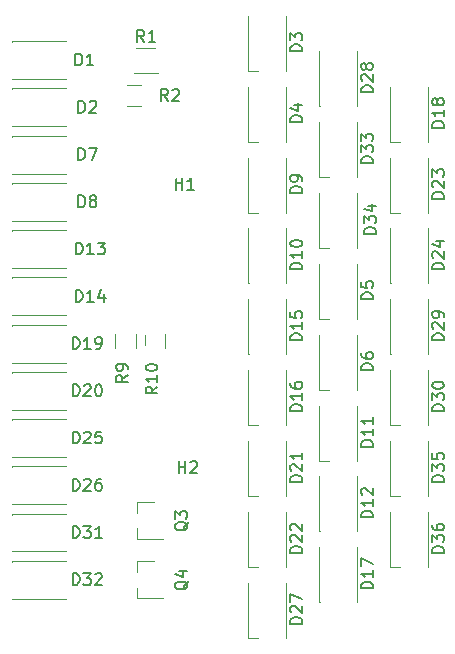
<source format=gto>
G04 #@! TF.GenerationSoftware,KiCad,Pcbnew,(5.99.0-492-g30da2b31e)*
G04 #@! TF.CreationDate,2019-12-11T09:50:33+01:00*
G04 #@! TF.ProjectId,LED_Panel_Hex,4c45445f-5061-46e6-956c-5f4865782e6b,rev?*
G04 #@! TF.SameCoordinates,Original*
G04 #@! TF.FileFunction,Legend,Top*
G04 #@! TF.FilePolarity,Positive*
%FSLAX46Y46*%
G04 Gerber Fmt 4.6, Leading zero omitted, Abs format (unit mm)*
G04 Created by KiCad (PCBNEW (5.99.0-492-g30da2b31e)) date 2019-12-11 09:50:33*
%MOMM*%
%LPD*%
G04 APERTURE LIST*
%ADD10C,0.120000*%
%ADD11C,0.150000*%
%ADD12R,1.700000X1.100000*%
%ADD13R,1.100000X1.700000*%
%ADD14C,6.000000*%
%ADD15R,1.900000X3.000000*%
%ADD16R,3.000000X1.900000*%
%ADD17R,1.300000X1.200000*%
%ADD18R,1.300000X2.100000*%
G04 APERTURE END LIST*
D10*
X112370000Y-93850000D02*
X112370000Y-92650000D01*
X114130000Y-92650000D02*
X114130000Y-93850000D01*
X109870000Y-93850000D02*
X109870000Y-92650000D01*
X111630000Y-92650000D02*
X111630000Y-93850000D01*
X112100000Y-73380000D02*
X110900000Y-73380000D01*
X110900000Y-71620000D02*
X112100000Y-71620000D01*
X105750000Y-71100000D02*
X101100000Y-71100000D01*
X105750000Y-67900000D02*
X101100000Y-67900000D01*
X101100000Y-67900000D02*
X101100000Y-68700000D01*
X105750000Y-75100000D02*
X101100000Y-75100000D01*
X105750000Y-71900000D02*
X101100000Y-71900000D01*
X101100000Y-71900000D02*
X101100000Y-72700000D01*
X124350000Y-65750000D02*
X124350000Y-70400000D01*
X121150000Y-65750000D02*
X121150000Y-70400000D01*
X121150000Y-70400000D02*
X121950000Y-70400000D01*
X124350000Y-71750000D02*
X124350000Y-76400000D01*
X121150000Y-71750000D02*
X121150000Y-76400000D01*
X121150000Y-76400000D02*
X121950000Y-76400000D01*
X130350000Y-86750000D02*
X130350000Y-91400000D01*
X127150000Y-86750000D02*
X127150000Y-91400000D01*
X127150000Y-91400000D02*
X127950000Y-91400000D01*
X130350000Y-92750000D02*
X130350000Y-97400000D01*
X127150000Y-92750000D02*
X127150000Y-97400000D01*
X127150000Y-97400000D02*
X127950000Y-97400000D01*
X105750000Y-79100000D02*
X101100000Y-79100000D01*
X105750000Y-75900000D02*
X101100000Y-75900000D01*
X101100000Y-75900000D02*
X101100000Y-76700000D01*
X105750000Y-83100000D02*
X101100000Y-83100000D01*
X105750000Y-79900000D02*
X101100000Y-79900000D01*
X101100000Y-79900000D02*
X101100000Y-80700000D01*
X124350000Y-77750000D02*
X124350000Y-82400000D01*
X121150000Y-77750000D02*
X121150000Y-82400000D01*
X121150000Y-82400000D02*
X121950000Y-82400000D01*
X124350000Y-83750000D02*
X124350000Y-88400000D01*
X121150000Y-83750000D02*
X121150000Y-88400000D01*
X121150000Y-88400000D02*
X121950000Y-88400000D01*
X130350000Y-98750000D02*
X130350000Y-103400000D01*
X127150000Y-98750000D02*
X127150000Y-103400000D01*
X127150000Y-103400000D02*
X127950000Y-103400000D01*
X130350000Y-104750000D02*
X130350000Y-109400000D01*
X127150000Y-104750000D02*
X127150000Y-109400000D01*
X127150000Y-109400000D02*
X127950000Y-109400000D01*
X105750000Y-87100000D02*
X101100000Y-87100000D01*
X105750000Y-83900000D02*
X101100000Y-83900000D01*
X101100000Y-83900000D02*
X101100000Y-84700000D01*
X105750000Y-91100000D02*
X101100000Y-91100000D01*
X105750000Y-87900000D02*
X101100000Y-87900000D01*
X101100000Y-87900000D02*
X101100000Y-88700000D01*
X124350000Y-89750000D02*
X124350000Y-94400000D01*
X121150000Y-89750000D02*
X121150000Y-94400000D01*
X121150000Y-94400000D02*
X121950000Y-94400000D01*
X124350000Y-95750000D02*
X124350000Y-100400000D01*
X121150000Y-95750000D02*
X121150000Y-100400000D01*
X121150000Y-100400000D02*
X121950000Y-100400000D01*
X130350000Y-110750000D02*
X130350000Y-115400000D01*
X127150000Y-110750000D02*
X127150000Y-115400000D01*
X127150000Y-115400000D02*
X127950000Y-115400000D01*
X136350000Y-71750000D02*
X136350000Y-76400000D01*
X133150000Y-71750000D02*
X133150000Y-76400000D01*
X133150000Y-76400000D02*
X133950000Y-76400000D01*
X105750000Y-95100000D02*
X101100000Y-95100000D01*
X105750000Y-91900000D02*
X101100000Y-91900000D01*
X101100000Y-91900000D02*
X101100000Y-92700000D01*
X105750000Y-99100000D02*
X101100000Y-99100000D01*
X105750000Y-95900000D02*
X101100000Y-95900000D01*
X101100000Y-95900000D02*
X101100000Y-96700000D01*
X124350000Y-101750000D02*
X124350000Y-106400000D01*
X121150000Y-101750000D02*
X121150000Y-106400000D01*
X121150000Y-106400000D02*
X121950000Y-106400000D01*
X124350000Y-107750000D02*
X124350000Y-112400000D01*
X121150000Y-107750000D02*
X121150000Y-112400000D01*
X121150000Y-112400000D02*
X121950000Y-112400000D01*
X136350000Y-77750000D02*
X136350000Y-82400000D01*
X133150000Y-77750000D02*
X133150000Y-82400000D01*
X133150000Y-82400000D02*
X133950000Y-82400000D01*
X136350000Y-83750000D02*
X136350000Y-88400000D01*
X133150000Y-83750000D02*
X133150000Y-88400000D01*
X133150000Y-88400000D02*
X133950000Y-88400000D01*
X105750000Y-103100000D02*
X101100000Y-103100000D01*
X105750000Y-99900000D02*
X101100000Y-99900000D01*
X101100000Y-99900000D02*
X101100000Y-100700000D01*
X105750000Y-107100000D02*
X101100000Y-107100000D01*
X105750000Y-103900000D02*
X101100000Y-103900000D01*
X101100000Y-103900000D02*
X101100000Y-104700000D01*
X124350000Y-113750000D02*
X124350000Y-118400000D01*
X121150000Y-113750000D02*
X121150000Y-118400000D01*
X121150000Y-118400000D02*
X121950000Y-118400000D01*
X130350000Y-68750000D02*
X130350000Y-73400000D01*
X127150000Y-68750000D02*
X127150000Y-73400000D01*
X127150000Y-73400000D02*
X127950000Y-73400000D01*
X136350000Y-89750000D02*
X136350000Y-94400000D01*
X133150000Y-89750000D02*
X133150000Y-94400000D01*
X133150000Y-94400000D02*
X133950000Y-94400000D01*
X136350000Y-95750000D02*
X136350000Y-100400000D01*
X133150000Y-95750000D02*
X133150000Y-100400000D01*
X133150000Y-100400000D02*
X133950000Y-100400000D01*
X105750000Y-111100000D02*
X101100000Y-111100000D01*
X105750000Y-107900000D02*
X101100000Y-107900000D01*
X101100000Y-107900000D02*
X101100000Y-108700000D01*
X105750000Y-115100000D02*
X101100000Y-115100000D01*
X105750000Y-111900000D02*
X101100000Y-111900000D01*
X101100000Y-111900000D02*
X101100000Y-112700000D01*
X130350000Y-74750000D02*
X130350000Y-79400000D01*
X127150000Y-74750000D02*
X127150000Y-79400000D01*
X127150000Y-79400000D02*
X127950000Y-79400000D01*
X130350000Y-80750000D02*
X130350000Y-85400000D01*
X127150000Y-80750000D02*
X127150000Y-85400000D01*
X127150000Y-85400000D02*
X127950000Y-85400000D01*
X136350000Y-101750000D02*
X136350000Y-106400000D01*
X133150000Y-101750000D02*
X133150000Y-106400000D01*
X133150000Y-106400000D02*
X133950000Y-106400000D01*
X136350000Y-107750000D02*
X136350000Y-112400000D01*
X133150000Y-107750000D02*
X133150000Y-112400000D01*
X133150000Y-112400000D02*
X133950000Y-112400000D01*
X111740000Y-106920000D02*
X111740000Y-107850000D01*
X111740000Y-110080000D02*
X111740000Y-109150000D01*
X111740000Y-110080000D02*
X113900000Y-110080000D01*
X111740000Y-106920000D02*
X113200000Y-106920000D01*
X111740000Y-111920000D02*
X111740000Y-112850000D01*
X111740000Y-115080000D02*
X111740000Y-114150000D01*
X111740000Y-115080000D02*
X113900000Y-115080000D01*
X111740000Y-111920000D02*
X113200000Y-111920000D01*
X111500000Y-68430000D02*
X113500000Y-68430000D01*
X113500000Y-70570000D02*
X111500000Y-70570000D01*
D11*
X113452380Y-97142857D02*
X112976190Y-97476190D01*
X113452380Y-97714285D02*
X112452380Y-97714285D01*
X112452380Y-97333333D01*
X112500000Y-97238095D01*
X112547619Y-97190476D01*
X112642857Y-97142857D01*
X112785714Y-97142857D01*
X112880952Y-97190476D01*
X112928571Y-97238095D01*
X112976190Y-97333333D01*
X112976190Y-97714285D01*
X113452380Y-96190476D02*
X113452380Y-96761904D01*
X113452380Y-96476190D02*
X112452380Y-96476190D01*
X112595238Y-96571428D01*
X112690476Y-96666666D01*
X112738095Y-96761904D01*
X112452380Y-95571428D02*
X112452380Y-95476190D01*
X112500000Y-95380952D01*
X112547619Y-95333333D01*
X112642857Y-95285714D01*
X112833333Y-95238095D01*
X113071428Y-95238095D01*
X113261904Y-95285714D01*
X113357142Y-95333333D01*
X113404761Y-95380952D01*
X113452380Y-95476190D01*
X113452380Y-95571428D01*
X113404761Y-95666666D01*
X113357142Y-95714285D01*
X113261904Y-95761904D01*
X113071428Y-95809523D01*
X112833333Y-95809523D01*
X112642857Y-95761904D01*
X112547619Y-95714285D01*
X112500000Y-95666666D01*
X112452380Y-95571428D01*
X110952380Y-96166666D02*
X110476190Y-96500000D01*
X110952380Y-96738095D02*
X109952380Y-96738095D01*
X109952380Y-96357142D01*
X110000000Y-96261904D01*
X110047619Y-96214285D01*
X110142857Y-96166666D01*
X110285714Y-96166666D01*
X110380952Y-96214285D01*
X110428571Y-96261904D01*
X110476190Y-96357142D01*
X110476190Y-96738095D01*
X110952380Y-95690476D02*
X110952380Y-95500000D01*
X110904761Y-95404761D01*
X110857142Y-95357142D01*
X110714285Y-95261904D01*
X110523809Y-95214285D01*
X110142857Y-95214285D01*
X110047619Y-95261904D01*
X110000000Y-95309523D01*
X109952380Y-95404761D01*
X109952380Y-95595238D01*
X110000000Y-95690476D01*
X110047619Y-95738095D01*
X110142857Y-95785714D01*
X110380952Y-95785714D01*
X110476190Y-95738095D01*
X110523809Y-95690476D01*
X110571428Y-95595238D01*
X110571428Y-95404761D01*
X110523809Y-95309523D01*
X110476190Y-95261904D01*
X110380952Y-95214285D01*
X114333333Y-72952380D02*
X114000000Y-72476190D01*
X113761904Y-72952380D02*
X113761904Y-71952380D01*
X114142857Y-71952380D01*
X114238095Y-72000000D01*
X114285714Y-72047619D01*
X114333333Y-72142857D01*
X114333333Y-72285714D01*
X114285714Y-72380952D01*
X114238095Y-72428571D01*
X114142857Y-72476190D01*
X113761904Y-72476190D01*
X114714285Y-72047619D02*
X114761904Y-72000000D01*
X114857142Y-71952380D01*
X115095238Y-71952380D01*
X115190476Y-72000000D01*
X115238095Y-72047619D01*
X115285714Y-72142857D01*
X115285714Y-72238095D01*
X115238095Y-72380952D01*
X114666666Y-72952380D01*
X115285714Y-72952380D01*
X114988095Y-80452380D02*
X114988095Y-79452380D01*
X114988095Y-79928571D02*
X115559523Y-79928571D01*
X115559523Y-80452380D02*
X115559523Y-79452380D01*
X116559523Y-80452380D02*
X115988095Y-80452380D01*
X116273809Y-80452380D02*
X116273809Y-79452380D01*
X116178571Y-79595238D01*
X116083333Y-79690476D01*
X115988095Y-79738095D01*
X115238095Y-104452380D02*
X115238095Y-103452380D01*
X115238095Y-103928571D02*
X115809523Y-103928571D01*
X115809523Y-104452380D02*
X115809523Y-103452380D01*
X116238095Y-103547619D02*
X116285714Y-103500000D01*
X116380952Y-103452380D01*
X116619047Y-103452380D01*
X116714285Y-103500000D01*
X116761904Y-103547619D01*
X116809523Y-103642857D01*
X116809523Y-103738095D01*
X116761904Y-103880952D01*
X116190476Y-104452380D01*
X116809523Y-104452380D01*
X106511904Y-69952380D02*
X106511904Y-68952380D01*
X106750000Y-68952380D01*
X106892857Y-69000000D01*
X106988095Y-69095238D01*
X107035714Y-69190476D01*
X107083333Y-69380952D01*
X107083333Y-69523809D01*
X107035714Y-69714285D01*
X106988095Y-69809523D01*
X106892857Y-69904761D01*
X106750000Y-69952380D01*
X106511904Y-69952380D01*
X108035714Y-69952380D02*
X107464285Y-69952380D01*
X107750000Y-69952380D02*
X107750000Y-68952380D01*
X107654761Y-69095238D01*
X107559523Y-69190476D01*
X107464285Y-69238095D01*
X106761904Y-73952380D02*
X106761904Y-72952380D01*
X107000000Y-72952380D01*
X107142857Y-73000000D01*
X107238095Y-73095238D01*
X107285714Y-73190476D01*
X107333333Y-73380952D01*
X107333333Y-73523809D01*
X107285714Y-73714285D01*
X107238095Y-73809523D01*
X107142857Y-73904761D01*
X107000000Y-73952380D01*
X106761904Y-73952380D01*
X107714285Y-73047619D02*
X107761904Y-73000000D01*
X107857142Y-72952380D01*
X108095238Y-72952380D01*
X108190476Y-73000000D01*
X108238095Y-73047619D01*
X108285714Y-73142857D01*
X108285714Y-73238095D01*
X108238095Y-73380952D01*
X107666666Y-73952380D01*
X108285714Y-73952380D01*
X125702380Y-68738095D02*
X124702380Y-68738095D01*
X124702380Y-68500000D01*
X124750000Y-68357142D01*
X124845238Y-68261904D01*
X124940476Y-68214285D01*
X125130952Y-68166666D01*
X125273809Y-68166666D01*
X125464285Y-68214285D01*
X125559523Y-68261904D01*
X125654761Y-68357142D01*
X125702380Y-68500000D01*
X125702380Y-68738095D01*
X124702380Y-67833333D02*
X124702380Y-67214285D01*
X125083333Y-67547619D01*
X125083333Y-67404761D01*
X125130952Y-67309523D01*
X125178571Y-67261904D01*
X125273809Y-67214285D01*
X125511904Y-67214285D01*
X125607142Y-67261904D01*
X125654761Y-67309523D01*
X125702380Y-67404761D01*
X125702380Y-67690476D01*
X125654761Y-67785714D01*
X125607142Y-67833333D01*
X125702380Y-74738095D02*
X124702380Y-74738095D01*
X124702380Y-74500000D01*
X124750000Y-74357142D01*
X124845238Y-74261904D01*
X124940476Y-74214285D01*
X125130952Y-74166666D01*
X125273809Y-74166666D01*
X125464285Y-74214285D01*
X125559523Y-74261904D01*
X125654761Y-74357142D01*
X125702380Y-74500000D01*
X125702380Y-74738095D01*
X125035714Y-73309523D02*
X125702380Y-73309523D01*
X124654761Y-73547619D02*
X125369047Y-73785714D01*
X125369047Y-73166666D01*
X131702380Y-89738095D02*
X130702380Y-89738095D01*
X130702380Y-89500000D01*
X130750000Y-89357142D01*
X130845238Y-89261904D01*
X130940476Y-89214285D01*
X131130952Y-89166666D01*
X131273809Y-89166666D01*
X131464285Y-89214285D01*
X131559523Y-89261904D01*
X131654761Y-89357142D01*
X131702380Y-89500000D01*
X131702380Y-89738095D01*
X130702380Y-88261904D02*
X130702380Y-88738095D01*
X131178571Y-88785714D01*
X131130952Y-88738095D01*
X131083333Y-88642857D01*
X131083333Y-88404761D01*
X131130952Y-88309523D01*
X131178571Y-88261904D01*
X131273809Y-88214285D01*
X131511904Y-88214285D01*
X131607142Y-88261904D01*
X131654761Y-88309523D01*
X131702380Y-88404761D01*
X131702380Y-88642857D01*
X131654761Y-88738095D01*
X131607142Y-88785714D01*
X131702380Y-95738095D02*
X130702380Y-95738095D01*
X130702380Y-95500000D01*
X130750000Y-95357142D01*
X130845238Y-95261904D01*
X130940476Y-95214285D01*
X131130952Y-95166666D01*
X131273809Y-95166666D01*
X131464285Y-95214285D01*
X131559523Y-95261904D01*
X131654761Y-95357142D01*
X131702380Y-95500000D01*
X131702380Y-95738095D01*
X130702380Y-94309523D02*
X130702380Y-94500000D01*
X130750000Y-94595238D01*
X130797619Y-94642857D01*
X130940476Y-94738095D01*
X131130952Y-94785714D01*
X131511904Y-94785714D01*
X131607142Y-94738095D01*
X131654761Y-94690476D01*
X131702380Y-94595238D01*
X131702380Y-94404761D01*
X131654761Y-94309523D01*
X131607142Y-94261904D01*
X131511904Y-94214285D01*
X131273809Y-94214285D01*
X131178571Y-94261904D01*
X131130952Y-94309523D01*
X131083333Y-94404761D01*
X131083333Y-94595238D01*
X131130952Y-94690476D01*
X131178571Y-94738095D01*
X131273809Y-94785714D01*
X106761904Y-77952380D02*
X106761904Y-76952380D01*
X107000000Y-76952380D01*
X107142857Y-77000000D01*
X107238095Y-77095238D01*
X107285714Y-77190476D01*
X107333333Y-77380952D01*
X107333333Y-77523809D01*
X107285714Y-77714285D01*
X107238095Y-77809523D01*
X107142857Y-77904761D01*
X107000000Y-77952380D01*
X106761904Y-77952380D01*
X107666666Y-76952380D02*
X108333333Y-76952380D01*
X107904761Y-77952380D01*
X106761904Y-81952380D02*
X106761904Y-80952380D01*
X107000000Y-80952380D01*
X107142857Y-81000000D01*
X107238095Y-81095238D01*
X107285714Y-81190476D01*
X107333333Y-81380952D01*
X107333333Y-81523809D01*
X107285714Y-81714285D01*
X107238095Y-81809523D01*
X107142857Y-81904761D01*
X107000000Y-81952380D01*
X106761904Y-81952380D01*
X107904761Y-81380952D02*
X107809523Y-81333333D01*
X107761904Y-81285714D01*
X107714285Y-81190476D01*
X107714285Y-81142857D01*
X107761904Y-81047619D01*
X107809523Y-81000000D01*
X107904761Y-80952380D01*
X108095238Y-80952380D01*
X108190476Y-81000000D01*
X108238095Y-81047619D01*
X108285714Y-81142857D01*
X108285714Y-81190476D01*
X108238095Y-81285714D01*
X108190476Y-81333333D01*
X108095238Y-81380952D01*
X107904761Y-81380952D01*
X107809523Y-81428571D01*
X107761904Y-81476190D01*
X107714285Y-81571428D01*
X107714285Y-81761904D01*
X107761904Y-81857142D01*
X107809523Y-81904761D01*
X107904761Y-81952380D01*
X108095238Y-81952380D01*
X108190476Y-81904761D01*
X108238095Y-81857142D01*
X108285714Y-81761904D01*
X108285714Y-81571428D01*
X108238095Y-81476190D01*
X108190476Y-81428571D01*
X108095238Y-81380952D01*
X125702380Y-80738095D02*
X124702380Y-80738095D01*
X124702380Y-80500000D01*
X124750000Y-80357142D01*
X124845238Y-80261904D01*
X124940476Y-80214285D01*
X125130952Y-80166666D01*
X125273809Y-80166666D01*
X125464285Y-80214285D01*
X125559523Y-80261904D01*
X125654761Y-80357142D01*
X125702380Y-80500000D01*
X125702380Y-80738095D01*
X125702380Y-79690476D02*
X125702380Y-79500000D01*
X125654761Y-79404761D01*
X125607142Y-79357142D01*
X125464285Y-79261904D01*
X125273809Y-79214285D01*
X124892857Y-79214285D01*
X124797619Y-79261904D01*
X124750000Y-79309523D01*
X124702380Y-79404761D01*
X124702380Y-79595238D01*
X124750000Y-79690476D01*
X124797619Y-79738095D01*
X124892857Y-79785714D01*
X125130952Y-79785714D01*
X125226190Y-79738095D01*
X125273809Y-79690476D01*
X125321428Y-79595238D01*
X125321428Y-79404761D01*
X125273809Y-79309523D01*
X125226190Y-79261904D01*
X125130952Y-79214285D01*
X125702380Y-87214285D02*
X124702380Y-87214285D01*
X124702380Y-86976190D01*
X124750000Y-86833333D01*
X124845238Y-86738095D01*
X124940476Y-86690476D01*
X125130952Y-86642857D01*
X125273809Y-86642857D01*
X125464285Y-86690476D01*
X125559523Y-86738095D01*
X125654761Y-86833333D01*
X125702380Y-86976190D01*
X125702380Y-87214285D01*
X125702380Y-85690476D02*
X125702380Y-86261904D01*
X125702380Y-85976190D02*
X124702380Y-85976190D01*
X124845238Y-86071428D01*
X124940476Y-86166666D01*
X124988095Y-86261904D01*
X124702380Y-85071428D02*
X124702380Y-84976190D01*
X124750000Y-84880952D01*
X124797619Y-84833333D01*
X124892857Y-84785714D01*
X125083333Y-84738095D01*
X125321428Y-84738095D01*
X125511904Y-84785714D01*
X125607142Y-84833333D01*
X125654761Y-84880952D01*
X125702380Y-84976190D01*
X125702380Y-85071428D01*
X125654761Y-85166666D01*
X125607142Y-85214285D01*
X125511904Y-85261904D01*
X125321428Y-85309523D01*
X125083333Y-85309523D01*
X124892857Y-85261904D01*
X124797619Y-85214285D01*
X124750000Y-85166666D01*
X124702380Y-85071428D01*
X131702380Y-102214285D02*
X130702380Y-102214285D01*
X130702380Y-101976190D01*
X130750000Y-101833333D01*
X130845238Y-101738095D01*
X130940476Y-101690476D01*
X131130952Y-101642857D01*
X131273809Y-101642857D01*
X131464285Y-101690476D01*
X131559523Y-101738095D01*
X131654761Y-101833333D01*
X131702380Y-101976190D01*
X131702380Y-102214285D01*
X131702380Y-100690476D02*
X131702380Y-101261904D01*
X131702380Y-100976190D02*
X130702380Y-100976190D01*
X130845238Y-101071428D01*
X130940476Y-101166666D01*
X130988095Y-101261904D01*
X131702380Y-99738095D02*
X131702380Y-100309523D01*
X131702380Y-100023809D02*
X130702380Y-100023809D01*
X130845238Y-100119047D01*
X130940476Y-100214285D01*
X130988095Y-100309523D01*
X131702380Y-108214285D02*
X130702380Y-108214285D01*
X130702380Y-107976190D01*
X130750000Y-107833333D01*
X130845238Y-107738095D01*
X130940476Y-107690476D01*
X131130952Y-107642857D01*
X131273809Y-107642857D01*
X131464285Y-107690476D01*
X131559523Y-107738095D01*
X131654761Y-107833333D01*
X131702380Y-107976190D01*
X131702380Y-108214285D01*
X131702380Y-106690476D02*
X131702380Y-107261904D01*
X131702380Y-106976190D02*
X130702380Y-106976190D01*
X130845238Y-107071428D01*
X130940476Y-107166666D01*
X130988095Y-107261904D01*
X130797619Y-106309523D02*
X130750000Y-106261904D01*
X130702380Y-106166666D01*
X130702380Y-105928571D01*
X130750000Y-105833333D01*
X130797619Y-105785714D01*
X130892857Y-105738095D01*
X130988095Y-105738095D01*
X131130952Y-105785714D01*
X131702380Y-106357142D01*
X131702380Y-105738095D01*
X106535714Y-85952380D02*
X106535714Y-84952380D01*
X106773809Y-84952380D01*
X106916666Y-85000000D01*
X107011904Y-85095238D01*
X107059523Y-85190476D01*
X107107142Y-85380952D01*
X107107142Y-85523809D01*
X107059523Y-85714285D01*
X107011904Y-85809523D01*
X106916666Y-85904761D01*
X106773809Y-85952380D01*
X106535714Y-85952380D01*
X108059523Y-85952380D02*
X107488095Y-85952380D01*
X107773809Y-85952380D02*
X107773809Y-84952380D01*
X107678571Y-85095238D01*
X107583333Y-85190476D01*
X107488095Y-85238095D01*
X108392857Y-84952380D02*
X109011904Y-84952380D01*
X108678571Y-85333333D01*
X108821428Y-85333333D01*
X108916666Y-85380952D01*
X108964285Y-85428571D01*
X109011904Y-85523809D01*
X109011904Y-85761904D01*
X108964285Y-85857142D01*
X108916666Y-85904761D01*
X108821428Y-85952380D01*
X108535714Y-85952380D01*
X108440476Y-85904761D01*
X108392857Y-85857142D01*
X106535714Y-89952380D02*
X106535714Y-88952380D01*
X106773809Y-88952380D01*
X106916666Y-89000000D01*
X107011904Y-89095238D01*
X107059523Y-89190476D01*
X107107142Y-89380952D01*
X107107142Y-89523809D01*
X107059523Y-89714285D01*
X107011904Y-89809523D01*
X106916666Y-89904761D01*
X106773809Y-89952380D01*
X106535714Y-89952380D01*
X108059523Y-89952380D02*
X107488095Y-89952380D01*
X107773809Y-89952380D02*
X107773809Y-88952380D01*
X107678571Y-89095238D01*
X107583333Y-89190476D01*
X107488095Y-89238095D01*
X108916666Y-89285714D02*
X108916666Y-89952380D01*
X108678571Y-88904761D02*
X108440476Y-89619047D01*
X109059523Y-89619047D01*
X125702380Y-93214285D02*
X124702380Y-93214285D01*
X124702380Y-92976190D01*
X124750000Y-92833333D01*
X124845238Y-92738095D01*
X124940476Y-92690476D01*
X125130952Y-92642857D01*
X125273809Y-92642857D01*
X125464285Y-92690476D01*
X125559523Y-92738095D01*
X125654761Y-92833333D01*
X125702380Y-92976190D01*
X125702380Y-93214285D01*
X125702380Y-91690476D02*
X125702380Y-92261904D01*
X125702380Y-91976190D02*
X124702380Y-91976190D01*
X124845238Y-92071428D01*
X124940476Y-92166666D01*
X124988095Y-92261904D01*
X124702380Y-90785714D02*
X124702380Y-91261904D01*
X125178571Y-91309523D01*
X125130952Y-91261904D01*
X125083333Y-91166666D01*
X125083333Y-90928571D01*
X125130952Y-90833333D01*
X125178571Y-90785714D01*
X125273809Y-90738095D01*
X125511904Y-90738095D01*
X125607142Y-90785714D01*
X125654761Y-90833333D01*
X125702380Y-90928571D01*
X125702380Y-91166666D01*
X125654761Y-91261904D01*
X125607142Y-91309523D01*
X125702380Y-99214285D02*
X124702380Y-99214285D01*
X124702380Y-98976190D01*
X124750000Y-98833333D01*
X124845238Y-98738095D01*
X124940476Y-98690476D01*
X125130952Y-98642857D01*
X125273809Y-98642857D01*
X125464285Y-98690476D01*
X125559523Y-98738095D01*
X125654761Y-98833333D01*
X125702380Y-98976190D01*
X125702380Y-99214285D01*
X125702380Y-97690476D02*
X125702380Y-98261904D01*
X125702380Y-97976190D02*
X124702380Y-97976190D01*
X124845238Y-98071428D01*
X124940476Y-98166666D01*
X124988095Y-98261904D01*
X124702380Y-96833333D02*
X124702380Y-97023809D01*
X124750000Y-97119047D01*
X124797619Y-97166666D01*
X124940476Y-97261904D01*
X125130952Y-97309523D01*
X125511904Y-97309523D01*
X125607142Y-97261904D01*
X125654761Y-97214285D01*
X125702380Y-97119047D01*
X125702380Y-96928571D01*
X125654761Y-96833333D01*
X125607142Y-96785714D01*
X125511904Y-96738095D01*
X125273809Y-96738095D01*
X125178571Y-96785714D01*
X125130952Y-96833333D01*
X125083333Y-96928571D01*
X125083333Y-97119047D01*
X125130952Y-97214285D01*
X125178571Y-97261904D01*
X125273809Y-97309523D01*
X131702380Y-114214285D02*
X130702380Y-114214285D01*
X130702380Y-113976190D01*
X130750000Y-113833333D01*
X130845238Y-113738095D01*
X130940476Y-113690476D01*
X131130952Y-113642857D01*
X131273809Y-113642857D01*
X131464285Y-113690476D01*
X131559523Y-113738095D01*
X131654761Y-113833333D01*
X131702380Y-113976190D01*
X131702380Y-114214285D01*
X131702380Y-112690476D02*
X131702380Y-113261904D01*
X131702380Y-112976190D02*
X130702380Y-112976190D01*
X130845238Y-113071428D01*
X130940476Y-113166666D01*
X130988095Y-113261904D01*
X130702380Y-112357142D02*
X130702380Y-111690476D01*
X131702380Y-112119047D01*
X137702380Y-75214285D02*
X136702380Y-75214285D01*
X136702380Y-74976190D01*
X136750000Y-74833333D01*
X136845238Y-74738095D01*
X136940476Y-74690476D01*
X137130952Y-74642857D01*
X137273809Y-74642857D01*
X137464285Y-74690476D01*
X137559523Y-74738095D01*
X137654761Y-74833333D01*
X137702380Y-74976190D01*
X137702380Y-75214285D01*
X137702380Y-73690476D02*
X137702380Y-74261904D01*
X137702380Y-73976190D02*
X136702380Y-73976190D01*
X136845238Y-74071428D01*
X136940476Y-74166666D01*
X136988095Y-74261904D01*
X137130952Y-73119047D02*
X137083333Y-73214285D01*
X137035714Y-73261904D01*
X136940476Y-73309523D01*
X136892857Y-73309523D01*
X136797619Y-73261904D01*
X136750000Y-73214285D01*
X136702380Y-73119047D01*
X136702380Y-72928571D01*
X136750000Y-72833333D01*
X136797619Y-72785714D01*
X136892857Y-72738095D01*
X136940476Y-72738095D01*
X137035714Y-72785714D01*
X137083333Y-72833333D01*
X137130952Y-72928571D01*
X137130952Y-73119047D01*
X137178571Y-73214285D01*
X137226190Y-73261904D01*
X137321428Y-73309523D01*
X137511904Y-73309523D01*
X137607142Y-73261904D01*
X137654761Y-73214285D01*
X137702380Y-73119047D01*
X137702380Y-72928571D01*
X137654761Y-72833333D01*
X137607142Y-72785714D01*
X137511904Y-72738095D01*
X137321428Y-72738095D01*
X137226190Y-72785714D01*
X137178571Y-72833333D01*
X137130952Y-72928571D01*
X106285714Y-93952380D02*
X106285714Y-92952380D01*
X106523809Y-92952380D01*
X106666666Y-93000000D01*
X106761904Y-93095238D01*
X106809523Y-93190476D01*
X106857142Y-93380952D01*
X106857142Y-93523809D01*
X106809523Y-93714285D01*
X106761904Y-93809523D01*
X106666666Y-93904761D01*
X106523809Y-93952380D01*
X106285714Y-93952380D01*
X107809523Y-93952380D02*
X107238095Y-93952380D01*
X107523809Y-93952380D02*
X107523809Y-92952380D01*
X107428571Y-93095238D01*
X107333333Y-93190476D01*
X107238095Y-93238095D01*
X108285714Y-93952380D02*
X108476190Y-93952380D01*
X108571428Y-93904761D01*
X108619047Y-93857142D01*
X108714285Y-93714285D01*
X108761904Y-93523809D01*
X108761904Y-93142857D01*
X108714285Y-93047619D01*
X108666666Y-93000000D01*
X108571428Y-92952380D01*
X108380952Y-92952380D01*
X108285714Y-93000000D01*
X108238095Y-93047619D01*
X108190476Y-93142857D01*
X108190476Y-93380952D01*
X108238095Y-93476190D01*
X108285714Y-93523809D01*
X108380952Y-93571428D01*
X108571428Y-93571428D01*
X108666666Y-93523809D01*
X108714285Y-93476190D01*
X108761904Y-93380952D01*
X106285714Y-97952380D02*
X106285714Y-96952380D01*
X106523809Y-96952380D01*
X106666666Y-97000000D01*
X106761904Y-97095238D01*
X106809523Y-97190476D01*
X106857142Y-97380952D01*
X106857142Y-97523809D01*
X106809523Y-97714285D01*
X106761904Y-97809523D01*
X106666666Y-97904761D01*
X106523809Y-97952380D01*
X106285714Y-97952380D01*
X107238095Y-97047619D02*
X107285714Y-97000000D01*
X107380952Y-96952380D01*
X107619047Y-96952380D01*
X107714285Y-97000000D01*
X107761904Y-97047619D01*
X107809523Y-97142857D01*
X107809523Y-97238095D01*
X107761904Y-97380952D01*
X107190476Y-97952380D01*
X107809523Y-97952380D01*
X108428571Y-96952380D02*
X108523809Y-96952380D01*
X108619047Y-97000000D01*
X108666666Y-97047619D01*
X108714285Y-97142857D01*
X108761904Y-97333333D01*
X108761904Y-97571428D01*
X108714285Y-97761904D01*
X108666666Y-97857142D01*
X108619047Y-97904761D01*
X108523809Y-97952380D01*
X108428571Y-97952380D01*
X108333333Y-97904761D01*
X108285714Y-97857142D01*
X108238095Y-97761904D01*
X108190476Y-97571428D01*
X108190476Y-97333333D01*
X108238095Y-97142857D01*
X108285714Y-97047619D01*
X108333333Y-97000000D01*
X108428571Y-96952380D01*
X125702380Y-105214285D02*
X124702380Y-105214285D01*
X124702380Y-104976190D01*
X124750000Y-104833333D01*
X124845238Y-104738095D01*
X124940476Y-104690476D01*
X125130952Y-104642857D01*
X125273809Y-104642857D01*
X125464285Y-104690476D01*
X125559523Y-104738095D01*
X125654761Y-104833333D01*
X125702380Y-104976190D01*
X125702380Y-105214285D01*
X124797619Y-104261904D02*
X124750000Y-104214285D01*
X124702380Y-104119047D01*
X124702380Y-103880952D01*
X124750000Y-103785714D01*
X124797619Y-103738095D01*
X124892857Y-103690476D01*
X124988095Y-103690476D01*
X125130952Y-103738095D01*
X125702380Y-104309523D01*
X125702380Y-103690476D01*
X125702380Y-102738095D02*
X125702380Y-103309523D01*
X125702380Y-103023809D02*
X124702380Y-103023809D01*
X124845238Y-103119047D01*
X124940476Y-103214285D01*
X124988095Y-103309523D01*
X125702380Y-111214285D02*
X124702380Y-111214285D01*
X124702380Y-110976190D01*
X124750000Y-110833333D01*
X124845238Y-110738095D01*
X124940476Y-110690476D01*
X125130952Y-110642857D01*
X125273809Y-110642857D01*
X125464285Y-110690476D01*
X125559523Y-110738095D01*
X125654761Y-110833333D01*
X125702380Y-110976190D01*
X125702380Y-111214285D01*
X124797619Y-110261904D02*
X124750000Y-110214285D01*
X124702380Y-110119047D01*
X124702380Y-109880952D01*
X124750000Y-109785714D01*
X124797619Y-109738095D01*
X124892857Y-109690476D01*
X124988095Y-109690476D01*
X125130952Y-109738095D01*
X125702380Y-110309523D01*
X125702380Y-109690476D01*
X124797619Y-109309523D02*
X124750000Y-109261904D01*
X124702380Y-109166666D01*
X124702380Y-108928571D01*
X124750000Y-108833333D01*
X124797619Y-108785714D01*
X124892857Y-108738095D01*
X124988095Y-108738095D01*
X125130952Y-108785714D01*
X125702380Y-109357142D01*
X125702380Y-108738095D01*
X137702380Y-81214285D02*
X136702380Y-81214285D01*
X136702380Y-80976190D01*
X136750000Y-80833333D01*
X136845238Y-80738095D01*
X136940476Y-80690476D01*
X137130952Y-80642857D01*
X137273809Y-80642857D01*
X137464285Y-80690476D01*
X137559523Y-80738095D01*
X137654761Y-80833333D01*
X137702380Y-80976190D01*
X137702380Y-81214285D01*
X136797619Y-80261904D02*
X136750000Y-80214285D01*
X136702380Y-80119047D01*
X136702380Y-79880952D01*
X136750000Y-79785714D01*
X136797619Y-79738095D01*
X136892857Y-79690476D01*
X136988095Y-79690476D01*
X137130952Y-79738095D01*
X137702380Y-80309523D01*
X137702380Y-79690476D01*
X136702380Y-79357142D02*
X136702380Y-78738095D01*
X137083333Y-79071428D01*
X137083333Y-78928571D01*
X137130952Y-78833333D01*
X137178571Y-78785714D01*
X137273809Y-78738095D01*
X137511904Y-78738095D01*
X137607142Y-78785714D01*
X137654761Y-78833333D01*
X137702380Y-78928571D01*
X137702380Y-79214285D01*
X137654761Y-79309523D01*
X137607142Y-79357142D01*
X137702380Y-87214285D02*
X136702380Y-87214285D01*
X136702380Y-86976190D01*
X136750000Y-86833333D01*
X136845238Y-86738095D01*
X136940476Y-86690476D01*
X137130952Y-86642857D01*
X137273809Y-86642857D01*
X137464285Y-86690476D01*
X137559523Y-86738095D01*
X137654761Y-86833333D01*
X137702380Y-86976190D01*
X137702380Y-87214285D01*
X136797619Y-86261904D02*
X136750000Y-86214285D01*
X136702380Y-86119047D01*
X136702380Y-85880952D01*
X136750000Y-85785714D01*
X136797619Y-85738095D01*
X136892857Y-85690476D01*
X136988095Y-85690476D01*
X137130952Y-85738095D01*
X137702380Y-86309523D01*
X137702380Y-85690476D01*
X137035714Y-84833333D02*
X137702380Y-84833333D01*
X136654761Y-85071428D02*
X137369047Y-85309523D01*
X137369047Y-84690476D01*
X106285714Y-101952380D02*
X106285714Y-100952380D01*
X106523809Y-100952380D01*
X106666666Y-101000000D01*
X106761904Y-101095238D01*
X106809523Y-101190476D01*
X106857142Y-101380952D01*
X106857142Y-101523809D01*
X106809523Y-101714285D01*
X106761904Y-101809523D01*
X106666666Y-101904761D01*
X106523809Y-101952380D01*
X106285714Y-101952380D01*
X107238095Y-101047619D02*
X107285714Y-101000000D01*
X107380952Y-100952380D01*
X107619047Y-100952380D01*
X107714285Y-101000000D01*
X107761904Y-101047619D01*
X107809523Y-101142857D01*
X107809523Y-101238095D01*
X107761904Y-101380952D01*
X107190476Y-101952380D01*
X107809523Y-101952380D01*
X108714285Y-100952380D02*
X108238095Y-100952380D01*
X108190476Y-101428571D01*
X108238095Y-101380952D01*
X108333333Y-101333333D01*
X108571428Y-101333333D01*
X108666666Y-101380952D01*
X108714285Y-101428571D01*
X108761904Y-101523809D01*
X108761904Y-101761904D01*
X108714285Y-101857142D01*
X108666666Y-101904761D01*
X108571428Y-101952380D01*
X108333333Y-101952380D01*
X108238095Y-101904761D01*
X108190476Y-101857142D01*
X106285714Y-105952380D02*
X106285714Y-104952380D01*
X106523809Y-104952380D01*
X106666666Y-105000000D01*
X106761904Y-105095238D01*
X106809523Y-105190476D01*
X106857142Y-105380952D01*
X106857142Y-105523809D01*
X106809523Y-105714285D01*
X106761904Y-105809523D01*
X106666666Y-105904761D01*
X106523809Y-105952380D01*
X106285714Y-105952380D01*
X107238095Y-105047619D02*
X107285714Y-105000000D01*
X107380952Y-104952380D01*
X107619047Y-104952380D01*
X107714285Y-105000000D01*
X107761904Y-105047619D01*
X107809523Y-105142857D01*
X107809523Y-105238095D01*
X107761904Y-105380952D01*
X107190476Y-105952380D01*
X107809523Y-105952380D01*
X108666666Y-104952380D02*
X108476190Y-104952380D01*
X108380952Y-105000000D01*
X108333333Y-105047619D01*
X108238095Y-105190476D01*
X108190476Y-105380952D01*
X108190476Y-105761904D01*
X108238095Y-105857142D01*
X108285714Y-105904761D01*
X108380952Y-105952380D01*
X108571428Y-105952380D01*
X108666666Y-105904761D01*
X108714285Y-105857142D01*
X108761904Y-105761904D01*
X108761904Y-105523809D01*
X108714285Y-105428571D01*
X108666666Y-105380952D01*
X108571428Y-105333333D01*
X108380952Y-105333333D01*
X108285714Y-105380952D01*
X108238095Y-105428571D01*
X108190476Y-105523809D01*
X125702380Y-117214285D02*
X124702380Y-117214285D01*
X124702380Y-116976190D01*
X124750000Y-116833333D01*
X124845238Y-116738095D01*
X124940476Y-116690476D01*
X125130952Y-116642857D01*
X125273809Y-116642857D01*
X125464285Y-116690476D01*
X125559523Y-116738095D01*
X125654761Y-116833333D01*
X125702380Y-116976190D01*
X125702380Y-117214285D01*
X124797619Y-116261904D02*
X124750000Y-116214285D01*
X124702380Y-116119047D01*
X124702380Y-115880952D01*
X124750000Y-115785714D01*
X124797619Y-115738095D01*
X124892857Y-115690476D01*
X124988095Y-115690476D01*
X125130952Y-115738095D01*
X125702380Y-116309523D01*
X125702380Y-115690476D01*
X124702380Y-115357142D02*
X124702380Y-114690476D01*
X125702380Y-115119047D01*
X131702380Y-72214285D02*
X130702380Y-72214285D01*
X130702380Y-71976190D01*
X130750000Y-71833333D01*
X130845238Y-71738095D01*
X130940476Y-71690476D01*
X131130952Y-71642857D01*
X131273809Y-71642857D01*
X131464285Y-71690476D01*
X131559523Y-71738095D01*
X131654761Y-71833333D01*
X131702380Y-71976190D01*
X131702380Y-72214285D01*
X130797619Y-71261904D02*
X130750000Y-71214285D01*
X130702380Y-71119047D01*
X130702380Y-70880952D01*
X130750000Y-70785714D01*
X130797619Y-70738095D01*
X130892857Y-70690476D01*
X130988095Y-70690476D01*
X131130952Y-70738095D01*
X131702380Y-71309523D01*
X131702380Y-70690476D01*
X131130952Y-70119047D02*
X131083333Y-70214285D01*
X131035714Y-70261904D01*
X130940476Y-70309523D01*
X130892857Y-70309523D01*
X130797619Y-70261904D01*
X130750000Y-70214285D01*
X130702380Y-70119047D01*
X130702380Y-69928571D01*
X130750000Y-69833333D01*
X130797619Y-69785714D01*
X130892857Y-69738095D01*
X130940476Y-69738095D01*
X131035714Y-69785714D01*
X131083333Y-69833333D01*
X131130952Y-69928571D01*
X131130952Y-70119047D01*
X131178571Y-70214285D01*
X131226190Y-70261904D01*
X131321428Y-70309523D01*
X131511904Y-70309523D01*
X131607142Y-70261904D01*
X131654761Y-70214285D01*
X131702380Y-70119047D01*
X131702380Y-69928571D01*
X131654761Y-69833333D01*
X131607142Y-69785714D01*
X131511904Y-69738095D01*
X131321428Y-69738095D01*
X131226190Y-69785714D01*
X131178571Y-69833333D01*
X131130952Y-69928571D01*
X137702380Y-93214285D02*
X136702380Y-93214285D01*
X136702380Y-92976190D01*
X136750000Y-92833333D01*
X136845238Y-92738095D01*
X136940476Y-92690476D01*
X137130952Y-92642857D01*
X137273809Y-92642857D01*
X137464285Y-92690476D01*
X137559523Y-92738095D01*
X137654761Y-92833333D01*
X137702380Y-92976190D01*
X137702380Y-93214285D01*
X136797619Y-92261904D02*
X136750000Y-92214285D01*
X136702380Y-92119047D01*
X136702380Y-91880952D01*
X136750000Y-91785714D01*
X136797619Y-91738095D01*
X136892857Y-91690476D01*
X136988095Y-91690476D01*
X137130952Y-91738095D01*
X137702380Y-92309523D01*
X137702380Y-91690476D01*
X137702380Y-91214285D02*
X137702380Y-91023809D01*
X137654761Y-90928571D01*
X137607142Y-90880952D01*
X137464285Y-90785714D01*
X137273809Y-90738095D01*
X136892857Y-90738095D01*
X136797619Y-90785714D01*
X136750000Y-90833333D01*
X136702380Y-90928571D01*
X136702380Y-91119047D01*
X136750000Y-91214285D01*
X136797619Y-91261904D01*
X136892857Y-91309523D01*
X137130952Y-91309523D01*
X137226190Y-91261904D01*
X137273809Y-91214285D01*
X137321428Y-91119047D01*
X137321428Y-90928571D01*
X137273809Y-90833333D01*
X137226190Y-90785714D01*
X137130952Y-90738095D01*
X137702380Y-99214285D02*
X136702380Y-99214285D01*
X136702380Y-98976190D01*
X136750000Y-98833333D01*
X136845238Y-98738095D01*
X136940476Y-98690476D01*
X137130952Y-98642857D01*
X137273809Y-98642857D01*
X137464285Y-98690476D01*
X137559523Y-98738095D01*
X137654761Y-98833333D01*
X137702380Y-98976190D01*
X137702380Y-99214285D01*
X136702380Y-98309523D02*
X136702380Y-97690476D01*
X137083333Y-98023809D01*
X137083333Y-97880952D01*
X137130952Y-97785714D01*
X137178571Y-97738095D01*
X137273809Y-97690476D01*
X137511904Y-97690476D01*
X137607142Y-97738095D01*
X137654761Y-97785714D01*
X137702380Y-97880952D01*
X137702380Y-98166666D01*
X137654761Y-98261904D01*
X137607142Y-98309523D01*
X136702380Y-97071428D02*
X136702380Y-96976190D01*
X136750000Y-96880952D01*
X136797619Y-96833333D01*
X136892857Y-96785714D01*
X137083333Y-96738095D01*
X137321428Y-96738095D01*
X137511904Y-96785714D01*
X137607142Y-96833333D01*
X137654761Y-96880952D01*
X137702380Y-96976190D01*
X137702380Y-97071428D01*
X137654761Y-97166666D01*
X137607142Y-97214285D01*
X137511904Y-97261904D01*
X137321428Y-97309523D01*
X137083333Y-97309523D01*
X136892857Y-97261904D01*
X136797619Y-97214285D01*
X136750000Y-97166666D01*
X136702380Y-97071428D01*
X106285714Y-109952380D02*
X106285714Y-108952380D01*
X106523809Y-108952380D01*
X106666666Y-109000000D01*
X106761904Y-109095238D01*
X106809523Y-109190476D01*
X106857142Y-109380952D01*
X106857142Y-109523809D01*
X106809523Y-109714285D01*
X106761904Y-109809523D01*
X106666666Y-109904761D01*
X106523809Y-109952380D01*
X106285714Y-109952380D01*
X107190476Y-108952380D02*
X107809523Y-108952380D01*
X107476190Y-109333333D01*
X107619047Y-109333333D01*
X107714285Y-109380952D01*
X107761904Y-109428571D01*
X107809523Y-109523809D01*
X107809523Y-109761904D01*
X107761904Y-109857142D01*
X107714285Y-109904761D01*
X107619047Y-109952380D01*
X107333333Y-109952380D01*
X107238095Y-109904761D01*
X107190476Y-109857142D01*
X108761904Y-109952380D02*
X108190476Y-109952380D01*
X108476190Y-109952380D02*
X108476190Y-108952380D01*
X108380952Y-109095238D01*
X108285714Y-109190476D01*
X108190476Y-109238095D01*
X106285714Y-113952380D02*
X106285714Y-112952380D01*
X106523809Y-112952380D01*
X106666666Y-113000000D01*
X106761904Y-113095238D01*
X106809523Y-113190476D01*
X106857142Y-113380952D01*
X106857142Y-113523809D01*
X106809523Y-113714285D01*
X106761904Y-113809523D01*
X106666666Y-113904761D01*
X106523809Y-113952380D01*
X106285714Y-113952380D01*
X107190476Y-112952380D02*
X107809523Y-112952380D01*
X107476190Y-113333333D01*
X107619047Y-113333333D01*
X107714285Y-113380952D01*
X107761904Y-113428571D01*
X107809523Y-113523809D01*
X107809523Y-113761904D01*
X107761904Y-113857142D01*
X107714285Y-113904761D01*
X107619047Y-113952380D01*
X107333333Y-113952380D01*
X107238095Y-113904761D01*
X107190476Y-113857142D01*
X108190476Y-113047619D02*
X108238095Y-113000000D01*
X108333333Y-112952380D01*
X108571428Y-112952380D01*
X108666666Y-113000000D01*
X108714285Y-113047619D01*
X108761904Y-113142857D01*
X108761904Y-113238095D01*
X108714285Y-113380952D01*
X108142857Y-113952380D01*
X108761904Y-113952380D01*
X131702380Y-78214285D02*
X130702380Y-78214285D01*
X130702380Y-77976190D01*
X130750000Y-77833333D01*
X130845238Y-77738095D01*
X130940476Y-77690476D01*
X131130952Y-77642857D01*
X131273809Y-77642857D01*
X131464285Y-77690476D01*
X131559523Y-77738095D01*
X131654761Y-77833333D01*
X131702380Y-77976190D01*
X131702380Y-78214285D01*
X130702380Y-77309523D02*
X130702380Y-76690476D01*
X131083333Y-77023809D01*
X131083333Y-76880952D01*
X131130952Y-76785714D01*
X131178571Y-76738095D01*
X131273809Y-76690476D01*
X131511904Y-76690476D01*
X131607142Y-76738095D01*
X131654761Y-76785714D01*
X131702380Y-76880952D01*
X131702380Y-77166666D01*
X131654761Y-77261904D01*
X131607142Y-77309523D01*
X130702380Y-76357142D02*
X130702380Y-75738095D01*
X131083333Y-76071428D01*
X131083333Y-75928571D01*
X131130952Y-75833333D01*
X131178571Y-75785714D01*
X131273809Y-75738095D01*
X131511904Y-75738095D01*
X131607142Y-75785714D01*
X131654761Y-75833333D01*
X131702380Y-75928571D01*
X131702380Y-76214285D01*
X131654761Y-76309523D01*
X131607142Y-76357142D01*
X131952380Y-84214285D02*
X130952380Y-84214285D01*
X130952380Y-83976190D01*
X131000000Y-83833333D01*
X131095238Y-83738095D01*
X131190476Y-83690476D01*
X131380952Y-83642857D01*
X131523809Y-83642857D01*
X131714285Y-83690476D01*
X131809523Y-83738095D01*
X131904761Y-83833333D01*
X131952380Y-83976190D01*
X131952380Y-84214285D01*
X130952380Y-83309523D02*
X130952380Y-82690476D01*
X131333333Y-83023809D01*
X131333333Y-82880952D01*
X131380952Y-82785714D01*
X131428571Y-82738095D01*
X131523809Y-82690476D01*
X131761904Y-82690476D01*
X131857142Y-82738095D01*
X131904761Y-82785714D01*
X131952380Y-82880952D01*
X131952380Y-83166666D01*
X131904761Y-83261904D01*
X131857142Y-83309523D01*
X131285714Y-81833333D02*
X131952380Y-81833333D01*
X130904761Y-82071428D02*
X131619047Y-82309523D01*
X131619047Y-81690476D01*
X137702380Y-105214285D02*
X136702380Y-105214285D01*
X136702380Y-104976190D01*
X136750000Y-104833333D01*
X136845238Y-104738095D01*
X136940476Y-104690476D01*
X137130952Y-104642857D01*
X137273809Y-104642857D01*
X137464285Y-104690476D01*
X137559523Y-104738095D01*
X137654761Y-104833333D01*
X137702380Y-104976190D01*
X137702380Y-105214285D01*
X136702380Y-104309523D02*
X136702380Y-103690476D01*
X137083333Y-104023809D01*
X137083333Y-103880952D01*
X137130952Y-103785714D01*
X137178571Y-103738095D01*
X137273809Y-103690476D01*
X137511904Y-103690476D01*
X137607142Y-103738095D01*
X137654761Y-103785714D01*
X137702380Y-103880952D01*
X137702380Y-104166666D01*
X137654761Y-104261904D01*
X137607142Y-104309523D01*
X136702380Y-102785714D02*
X136702380Y-103261904D01*
X137178571Y-103309523D01*
X137130952Y-103261904D01*
X137083333Y-103166666D01*
X137083333Y-102928571D01*
X137130952Y-102833333D01*
X137178571Y-102785714D01*
X137273809Y-102738095D01*
X137511904Y-102738095D01*
X137607142Y-102785714D01*
X137654761Y-102833333D01*
X137702380Y-102928571D01*
X137702380Y-103166666D01*
X137654761Y-103261904D01*
X137607142Y-103309523D01*
X137702380Y-111214285D02*
X136702380Y-111214285D01*
X136702380Y-110976190D01*
X136750000Y-110833333D01*
X136845238Y-110738095D01*
X136940476Y-110690476D01*
X137130952Y-110642857D01*
X137273809Y-110642857D01*
X137464285Y-110690476D01*
X137559523Y-110738095D01*
X137654761Y-110833333D01*
X137702380Y-110976190D01*
X137702380Y-111214285D01*
X136702380Y-110309523D02*
X136702380Y-109690476D01*
X137083333Y-110023809D01*
X137083333Y-109880952D01*
X137130952Y-109785714D01*
X137178571Y-109738095D01*
X137273809Y-109690476D01*
X137511904Y-109690476D01*
X137607142Y-109738095D01*
X137654761Y-109785714D01*
X137702380Y-109880952D01*
X137702380Y-110166666D01*
X137654761Y-110261904D01*
X137607142Y-110309523D01*
X136702380Y-108833333D02*
X136702380Y-109023809D01*
X136750000Y-109119047D01*
X136797619Y-109166666D01*
X136940476Y-109261904D01*
X137130952Y-109309523D01*
X137511904Y-109309523D01*
X137607142Y-109261904D01*
X137654761Y-109214285D01*
X137702380Y-109119047D01*
X137702380Y-108928571D01*
X137654761Y-108833333D01*
X137607142Y-108785714D01*
X137511904Y-108738095D01*
X137273809Y-108738095D01*
X137178571Y-108785714D01*
X137130952Y-108833333D01*
X137083333Y-108928571D01*
X137083333Y-109119047D01*
X137130952Y-109214285D01*
X137178571Y-109261904D01*
X137273809Y-109309523D01*
X116047619Y-108595238D02*
X116000000Y-108690476D01*
X115904761Y-108785714D01*
X115761904Y-108928571D01*
X115714285Y-109023809D01*
X115714285Y-109119047D01*
X115952380Y-109071428D02*
X115904761Y-109166666D01*
X115809523Y-109261904D01*
X115619047Y-109309523D01*
X115285714Y-109309523D01*
X115095238Y-109261904D01*
X115000000Y-109166666D01*
X114952380Y-109071428D01*
X114952380Y-108880952D01*
X115000000Y-108785714D01*
X115095238Y-108690476D01*
X115285714Y-108642857D01*
X115619047Y-108642857D01*
X115809523Y-108690476D01*
X115904761Y-108785714D01*
X115952380Y-108880952D01*
X115952380Y-109071428D01*
X114952380Y-108309523D02*
X114952380Y-107690476D01*
X115333333Y-108023809D01*
X115333333Y-107880952D01*
X115380952Y-107785714D01*
X115428571Y-107738095D01*
X115523809Y-107690476D01*
X115761904Y-107690476D01*
X115857142Y-107738095D01*
X115904761Y-107785714D01*
X115952380Y-107880952D01*
X115952380Y-108166666D01*
X115904761Y-108261904D01*
X115857142Y-108309523D01*
X116047619Y-113595238D02*
X116000000Y-113690476D01*
X115904761Y-113785714D01*
X115761904Y-113928571D01*
X115714285Y-114023809D01*
X115714285Y-114119047D01*
X115952380Y-114071428D02*
X115904761Y-114166666D01*
X115809523Y-114261904D01*
X115619047Y-114309523D01*
X115285714Y-114309523D01*
X115095238Y-114261904D01*
X115000000Y-114166666D01*
X114952380Y-114071428D01*
X114952380Y-113880952D01*
X115000000Y-113785714D01*
X115095238Y-113690476D01*
X115285714Y-113642857D01*
X115619047Y-113642857D01*
X115809523Y-113690476D01*
X115904761Y-113785714D01*
X115952380Y-113880952D01*
X115952380Y-114071428D01*
X115285714Y-112785714D02*
X115952380Y-112785714D01*
X114904761Y-113023809D02*
X115619047Y-113261904D01*
X115619047Y-112642857D01*
X112333333Y-67952380D02*
X112000000Y-67476190D01*
X111761904Y-67952380D02*
X111761904Y-66952380D01*
X112142857Y-66952380D01*
X112238095Y-67000000D01*
X112285714Y-67047619D01*
X112333333Y-67142857D01*
X112333333Y-67285714D01*
X112285714Y-67380952D01*
X112238095Y-67428571D01*
X112142857Y-67476190D01*
X111761904Y-67476190D01*
X113285714Y-67952380D02*
X112714285Y-67952380D01*
X113000000Y-67952380D02*
X113000000Y-66952380D01*
X112904761Y-67095238D01*
X112809523Y-67190476D01*
X112714285Y-67238095D01*
%LPC*%
D12*
X113250000Y-94200000D03*
X113250000Y-92300000D03*
X110750000Y-94200000D03*
X110750000Y-92300000D03*
D13*
X112450000Y-72500000D03*
X110550000Y-72500000D03*
D14*
X112750000Y-77500000D03*
X112750000Y-101250000D03*
D15*
X102000000Y-69500000D03*
X105000000Y-69500000D03*
X102000000Y-73500000D03*
X105000000Y-73500000D03*
D16*
X122750000Y-69500000D03*
X122750000Y-66500000D03*
X122750000Y-75500000D03*
X122750000Y-72500000D03*
X128750000Y-90500000D03*
X128750000Y-87500000D03*
X128750000Y-96500000D03*
X128750000Y-93500000D03*
D15*
X102000000Y-77500000D03*
X105000000Y-77500000D03*
X102000000Y-81500000D03*
X105000000Y-81500000D03*
D16*
X122750000Y-81500000D03*
X122750000Y-78500000D03*
X122750000Y-87500000D03*
X122750000Y-84500000D03*
X128750000Y-102500000D03*
X128750000Y-99500000D03*
X128750000Y-108500000D03*
X128750000Y-105500000D03*
D15*
X102000000Y-85500000D03*
X105000000Y-85500000D03*
X102000000Y-89500000D03*
X105000000Y-89500000D03*
D16*
X122750000Y-93500000D03*
X122750000Y-90500000D03*
X122750000Y-99500000D03*
X122750000Y-96500000D03*
X128750000Y-114500000D03*
X128750000Y-111500000D03*
X134750000Y-75500000D03*
X134750000Y-72500000D03*
D15*
X102000000Y-93500000D03*
X105000000Y-93500000D03*
X102000000Y-97500000D03*
X105000000Y-97500000D03*
D16*
X122750000Y-105500000D03*
X122750000Y-102500000D03*
X122750000Y-111500000D03*
X122750000Y-108500000D03*
X134750000Y-81500000D03*
X134750000Y-78500000D03*
X134750000Y-87500000D03*
X134750000Y-84500000D03*
D15*
X102000000Y-101500000D03*
X105000000Y-101500000D03*
X102000000Y-105500000D03*
X105000000Y-105500000D03*
D16*
X122750000Y-117500000D03*
X122750000Y-114500000D03*
X128750000Y-72500000D03*
X128750000Y-69500000D03*
X134750000Y-93500000D03*
X134750000Y-90500000D03*
X134750000Y-99500000D03*
X134750000Y-96500000D03*
D15*
X102000000Y-109500000D03*
X105000000Y-109500000D03*
X102000000Y-113500000D03*
X105000000Y-113500000D03*
D16*
X128750000Y-78500000D03*
X128750000Y-75500000D03*
X128750000Y-84500000D03*
X128750000Y-81500000D03*
X134750000Y-105500000D03*
X134750000Y-102500000D03*
X134750000Y-111500000D03*
X134750000Y-108500000D03*
D17*
X113500000Y-109450000D03*
X113500000Y-107550000D03*
X111500000Y-108500000D03*
X113500000Y-114450000D03*
X113500000Y-112550000D03*
X111500000Y-113500000D03*
D18*
X113950000Y-69500000D03*
X111050000Y-69500000D03*
M02*

</source>
